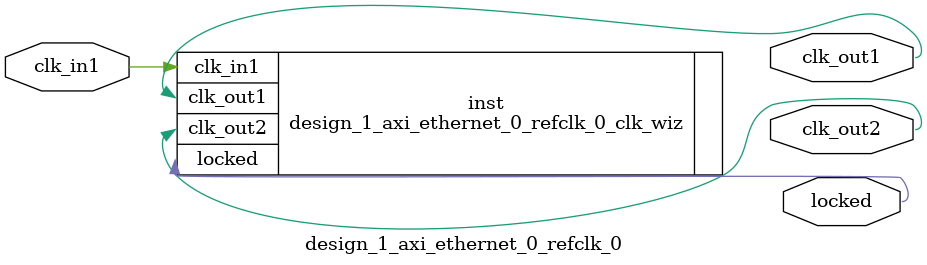
<source format=v>


`timescale 1ps/1ps

(* CORE_GENERATION_INFO = "design_1_axi_ethernet_0_refclk_0,clk_wiz_v5_4_3_0,{component_name=design_1_axi_ethernet_0_refclk_0,use_phase_alignment=true,use_min_o_jitter=false,use_max_i_jitter=false,use_dyn_phase_shift=false,use_inclk_switchover=false,use_dyn_reconfig=false,enable_axi=0,feedback_source=FDBK_AUTO,PRIMITIVE=MMCM,num_out_clk=2,clkin1_period=20.000,clkin2_period=10.0,use_power_down=false,use_reset=false,use_locked=true,use_inclk_stopped=false,feedback_type=SINGLE,CLOCK_MGR_TYPE=NA,manual_override=false}" *)

module design_1_axi_ethernet_0_refclk_0 
 (
  // Clock out ports
  output        clk_out1,
  output        clk_out2,
  // Status and control signals
  output        locked,
 // Clock in ports
  input         clk_in1
 );

  design_1_axi_ethernet_0_refclk_0_clk_wiz inst
  (
  // Clock out ports  
  .clk_out1(clk_out1),
  .clk_out2(clk_out2),
  // Status and control signals               
  .locked(locked),
 // Clock in ports
  .clk_in1(clk_in1)
  );

endmodule

</source>
